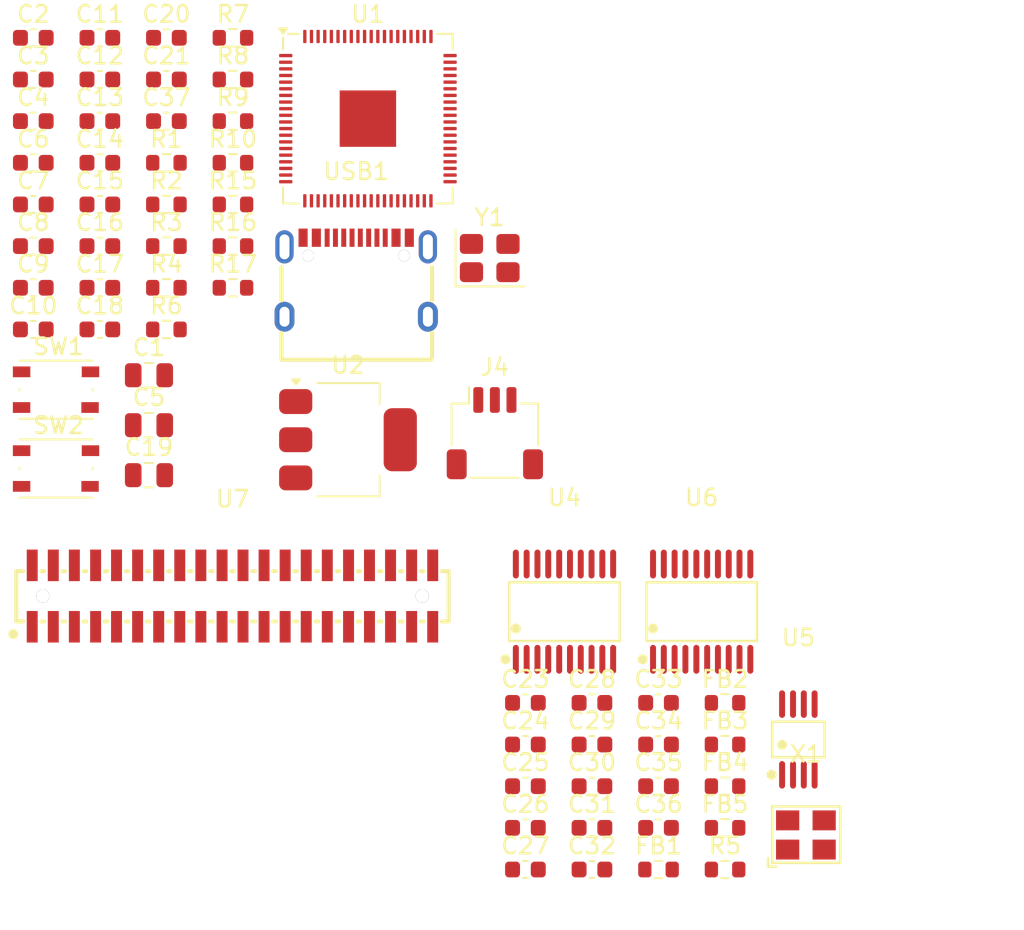
<source format=kicad_pcb>
(kicad_pcb (version 20241229) (generator "pcbnew") (generator_version "9.0")
  (layers (0 "F.Cu" signal) (2 "B.Cu" signal) (13 "F.Paste" user) (15 "B.Paste" user) (5 "F.SilkS" user "F.Silkscreen") (7 "B.SilkS" user "B.Silkscreen") (1 "F.Mask" user) (3 "B.Mask" user) (25 "Edge.Cuts" user))
  (net 0 "")
  (net 1 "GND")
  (net 2 "VBUS")
  (net 3 "+3V3")
  (net 4 "/XIN")
  (net 5 "Net-(C4-Pad1)")
  (net 6 "+1V1")
  (net 7 "/VREG_AVDD")
  (net 8 "Net-(U6-CAP)")
  (net 9 "Net-(U6-DVDD)")
  (net 10 "Net-(U6-AVDD)")
  (net 11 "+3.3V")
  (net 12 "Net-(U5-VDD)")
  (net 13 "Net-(U4-DVDD)")
  (net 14 "Net-(U4-CAP)")
  (net 15 "Net-(U4-AVDD)")
  (net 16 "Earth")
  (net 17 "/SWCLK")
  (net 18 "/SWD")
  (net 19 "/FLASH_SS")
  (net 20 "/XOUT")
  (net 21 "Net-(R4-Pad1)")
  (net 22 "Net-(X1-OE{slash}#ST)")
  (net 23 "/~{USB_BOOT}")
  (net 24 "/QSPI_SS")
  (net 25 "/USB_D+")
  (net 26 "Net-(U1-USB_DP)")
  (net 27 "Net-(U1-USB_DM)")
  (net 28 "/USB_D-")
  (net 31 "Net-(USB1-CC1)")
  (net 33 "Net-(USB1-CC2)")
  (net 35 "/RUN")
  (net 36 "/GPIO47_ADC7")
  (net 37 "/GPIO24")
  (net 38 "/GPIO34")
  (net 39 "/GPIO16")
  (net 40 "/GPIO28")
  (net 41 "/GPIO21")
  (net 42 "/GPIO33")
  (net 43 "/GPIO46_ADC6")
  (net 44 "/GPIO4")
  (net 45 "/GPIO15")
  (net 46 "/GPIO31")
  (net 47 "/GPIO0")
  (net 48 "/GPIO44_ADC4")
  (net 49 "/QSPI_SD1")
  (net 50 "/QSPI_SD0")
  (net 51 "/VREG_LX")
  (net 52 "/GPIO39")
  (net 53 "/GPIO38")
  (net 54 "/GPIO25")
  (net 55 "/GPIO7")
  (net 56 "/GPIO8")
  (net 57 "/GPIO13")
  (net 58 "/GPIO20")
  (net 59 "/GPIO18")
  (net 60 "/GPIO10")
  (net 61 "/GPIO32")
  (net 62 "/GPIO1")
  (net 63 "/GPIO30")
  (net 64 "/GPIO35")
  (net 65 "/GPIO27")
  (net 66 "/GPIO11")
  (net 67 "/GPIO19")
  (net 68 "/GPIO14")
  (net 69 "/QSPI_SD2")
  (net 70 "/GPIO26")
  (net 71 "/GPIO45_ADC5")
  (net 72 "/GPIO22")
  (net 73 "/GPIO36")
  (net 74 "/GPIO23")
  (net 75 "/GPIO9")
  (net 76 "/GPIO37")
  (net 77 "/GPIO41_ADC1")
  (net 78 "/GPIO5")
  (net 79 "/GPIO42_ADC2")
  (net 80 "/GPIO12")
  (net 81 "/GPIO43_ADC3")
  (net 82 "/QSPI_SCLK")
  (net 83 "/GPIO6")
  (net 84 "/GPIO17")
  (net 85 "/QSPI_SD3")
  (net 86 "/GPIO40_ADC0")
  (net 87 "/GPIO2")
  (net 88 "/GPIO3")
  (net 89 "/GPIO29")
  (net 90 "/analog_interface/GPIO7")
  (net 92 "/analog_interface/CLK_8192")
  (net 93 "/analog_interface/GPIO4")
  (net 94 "/analog_interface/GPIO1")
  (net 95 "Net-(U4-AIN1P)")
  (net 96 "/analog_interface/GPIO6")
  (net 97 "Net-(U4-AIN3P)")
  (net 98 "Net-(U4-AIN0P)")
  (net 100 "Net-(U4-AIN2P)")
  (net 101 "/analog_interface/GPIO10")
  (net 102 "/analog_interface/GPIO11")
  (net 105 "/analog_interface/GPIO9")
  (net 107 "/analog_interface/GPIO5")
  (net 108 "Net-(U6-AIN0P)")
  (net 109 "Net-(U6-AIN3P)")
  (net 111 "Net-(U6-AIN1P)")
  (net 113 "Net-(U6-AIN2P)")
  (footprint "Capacitor_SMD:C_0603_1608Metric" (layer "F.Cu") (at 82.595 57.935)
    (property "Reference" "C34" (at 0 -1.43 0) (layer "F.SilkS"))
    (property "Value" "220n")
    (pad "1" smd roundrect (at -0.775 0) (size 0.9 0.95) (layers "F.Cu" "F.Mask" "F.Paste") (net 14 "Net-(U4-CAP)"))
    (pad "2" smd roundrect (at 0.775 0) (size 0.9 0.95) (layers "F.Cu" "F.Mask" "F.Paste") (net 1 "GND"))
  )
  (footprint "Capacitor_SMD:C_0603_1608Metric" (layer "F.Cu") (at 44.925 20.375)
    (property "Reference" "C4" (at 0 -1.43 0) (layer "F.SilkS"))
    (property "Value" "15p")
    (pad "1" smd roundrect (at -0.775 0) (size 0.9 0.95) (layers "F.Cu" "F.Mask" "F.Paste") (net 5 "Net-(C4-Pad1)"))
    (pad "2" smd roundrect (at 0.775 0) (size 0.9 0.95) (layers "F.Cu" "F.Mask" "F.Paste") (net 1 "GND"))
  )
  (footprint "Resistor_SMD:R_0603_1608Metric" (layer "F.Cu") (at 52.945 25.395)
    (property "Reference" "R2" (at 0 -1.43 0) (layer "F.SilkS"))
    (property "Value" "1k")
    (pad "1" smd roundrect (at -0.825 0) (size 0.8 0.95) (layers "F.Cu" "F.Mask" "F.Paste") (net 20 "/XOUT"))
    (pad "2" smd roundrect (at 0.825 0) (size 0.8 0.95) (layers "F.Cu" "F.Mask" "F.Paste") (net 5 "Net-(C4-Pad1)"))
  )
  (footprint "Capacitor_SMD:C_0603_1608Metric" (layer "F.Cu") (at 44.925 22.885)
    (property "Reference" "C6" (at 0 -1.43 0) (layer "F.SilkS"))
    (property "Value" "4.7u")
    (pad "1" smd roundrect (at -0.775 0) (size 0.9 0.95) (layers "F.Cu" "F.Mask" "F.Paste") (net 3 "+3V3"))
    (pad "2" smd roundrect (at 0.775 0) (size 0.9 0.95) (layers "F.Cu" "F.Mask" "F.Paste") (net 1 "GND"))
  )
  (footprint "programmable-load-library:HDR-SMD_40P-P1.27_PM127-2-20-S-4.3-GO-P" (layer "F.Cu") (at 56.93 48.99)
    (property "Reference" "U7" (at 0 -5.85 0) (layer "F.SilkS"))
    (property "Value" "PM127-2-20-S-4.3-GO-P")
    (pad "" thru_hole circle (at -11.43 0) (size 0.8 0.8) (drill 0.8) (layers "*.Cu" "*.Mask"))
    (pad "" thru_hole circle (at 11.43 0) (size 0.8 0.8) (drill 0.8) (layers "*.Cu" "*.Mask"))
    (pad "1" smd rect (at -12.07 1.85 90) (size 1.9 0.66) (layers "F.Cu" "F.Mask" "F.Paste"))
    (pad "2" smd rect (at -12.07 -1.85 90) (size 1.9 0.66) (layers "F.Cu" "F.Mask" "F.Paste"))
    (pad "3" smd rect (at -10.8 1.85 90) (size 1.9 0.66) (layers "F.Cu" "F.Mask" "F.Paste"))
    (pad "4" smd rect (at -10.8 -1.85 90) (size 1.9 0.66) (layers "F.Cu" "F.Mask" "F.Paste"))
    (pad "5" smd rect (at -9.53 1.85 90) (size 1.9 0.66) (layers "F.Cu" "F.Mask" "F.Paste"))
    (pad "6" smd rect (at -9.53 -1.85 90) (size 1.9 0.66) (layers "F.Cu" "F.Mask" "F.Paste"))
    (pad "7" smd rect (at -8.25 1.85 90) (size 1.9 0.66) (layers "F.Cu" "F.Mask" "F.Paste"))
    (pad "8" smd rect (at -8.25 -1.85 90) (size 1.9 0.66) (layers "F.Cu" "F.Mask" "F.Paste"))
    (pad "9" smd rect (at -6.99 1.85 90) (size 1.9 0.66) (layers "F.Cu" "F.Mask" "F.Paste"))
    (pad "10" smd rect (at -6.99 -1.85 90) (size 1.9 0.66) (layers "F.Cu" "F.Mask" "F.Paste"))
    (pad "11" smd rect (at -5.72 1.85 90) (size 1.9 0.66) (layers "F.Cu" "F.Mask" "F.Paste"))
    (pad "12" smd rect (at -5.72 -1.85 90) (size 1.9 0.66) (layers "F.Cu" "F.Mask" "F.Paste"))
    (pad "13" smd rect (at -4.45 1.85 90) (size 1.9 0.66) (layers "F.Cu" "F.Mask" "F.Paste"))
    (pad "14" smd rect (at -4.45 -1.85 90) (size 1.9 0.66) (layers "F.Cu" "F.Mask" "F.Paste"))
    (pad "15" smd rect (at -3.18 1.85 90) (size 1.9 0.66) (layers "F.Cu" "F.Mask" "F.Paste"))
    (pad "16" smd rect (at -3.18 -1.85 90) (size 1.9 0.66) (layers "F.Cu" "F.Mask" "F.Paste"))
    (pad "17" smd rect (at -1.91 1.85 90) (size 1.9 0.66) (layers "F.Cu" "F.Mask" "F.Paste"))
    (pad "18" smd rect (at -1.91 -1.85 90) (size 1.9 0.66) (layers "F.Cu" "F.Mask" "F.Paste"))
    (pad "19" smd rect (at -0.63 1.85 90) (size 1.9 0.66) (layers "F.Cu" "F.Mask" "F.Paste"))
    (pad "20" smd rect (at -0.63 -1.85 90) (size 1.9 0.66) (layers "F.Cu" "F.Mask" "F.Paste"))
    (pad "21" smd rect (at 0.63 1.85 90) (size 1.9 0.66) (layers "F.Cu" "F.Mask" "F.Paste"))
    (pad "22" smd rect (at 0.63 -1.85 90) (size 1.9 0.66) (layers "F.Cu" "F.Mask" "F.Paste"))
    (pad "23" smd rect (at 1.9 1.85 90) (size 1.9 0.66) (layers "F.Cu" "F.Mask" "F.Paste"))
    (pad "24" smd rect (at 1.9 -1.85 90) (size 1.9 0.66) (layers "F.Cu" "F.Mask" "F.Paste"))
    (pad "25" smd rect (at 3.17 1.85 90) (size 1.9 0.66) (layers "F.Cu" "F.Mask" "F.Paste"))
    (pad "26" smd rect (at 3.17 -1.85 90) (size 1.9 0.66) (layers "F.Cu" "F.Mask" "F.Paste"))
    (pad "27" smd rect (at 4.44 1.85 90) (size 1.9 0.66) (layers "F.Cu" "F.Mask" "F.Paste"))
    (pad "28" smd rect (at 4.44 -1.85 90) (size 1.9 0.66) (layers "F.Cu" "F.Mask" "F.Paste"))
    (pad "29" smd rect (at 5.71 1.85 90) (size 1.9 0.66) (layers "F.Cu" "F.Mask" "F.Paste"))
    (pad "30" smd rect (at 5.71 -1.85 90) (size 1.9 0.66) (layers "F.Cu" "F.Mask" "F.Paste"))
    (pad "31" smd rect (at 6.99 1.85 90) (size 1.9 0.66) (layers "F.Cu" "F.Mask" "F.Paste"))
    (pad "32" smd rect (at 6.99 -1.85 90) (size 1.9 0.66) (layers "F.Cu" "F.Mask" "F.Paste"))
    (pad "33" smd rect (at 8.25 1.85 90) (size 1.9 0.66) (layers "F.Cu" "F.Mask" "F.Paste"))
    (pad "34" smd rect (at 8.25 -1.85 90) (size 1.9 0.66) (layers "F.Cu" "F.Mask" "F.Paste"))
    (pad "35" smd rect (at 9.52 1.85 90) (size 1.9 0.66) (layers "F.Cu" "F.Mask" "F.Paste"))
    (pad "36" smd rect (at 9.52 -1.85 90) (size 1.9 0.66) (layers "F.Cu" "F.Mask" "F.Paste"))
    (pad "37" smd rect (at 10.79 1.85 90) (size 1.9 0.66) (layers "F.Cu" "F.Mask" "F.Paste"))
    (pad "38" smd rect (at 10.79 -1.85 90) (size 1.9 0.66) (layers "F.Cu" "F.Mask" "F.Paste"))
    (pad "39" smd rect (at 12.06 1.85 90) (size 1.9 0.66) (layers "F.Cu" "F.Mask" "F.Paste"))
    (pad "40" smd rect (at 12.06 -1.85 90) (size 1.9 0.66) (layers "F.Cu" "F.Mask" "F.Paste"))
  )
  (footprint "Resistor_SMD:R_0603_1608Metric" (layer "F.Cu") (at 86.605 62.955)
    (property "Reference" "FB5" (at 0 -1.43 0) (layer "F.SilkS"))
    (property "Value" "10")
    (pad "1" smd roundrect (at -0.825 0) (size 0.8 0.95) (layers "F.Cu" "F.Mask" "F.Paste") (net 11 "+3.3V"))
    (pad "2" smd roundrect (at 0.825 0) (size 0.8 0.95) (layers "F.Cu" "F.Mask" "F.Paste") (net 15 "Net-(U4-AVDD)"))
  )
  (footprint "Resistor_SMD:R_0603_1608Metric" (layer "F.Cu") (at 52.945 32.925)
    (property "Reference" "R6" (at 0 -1.43 0) (layer "F.SilkS"))
    (property "Value" "1k")
    (pad "1" smd roundrect (at -0.825 0) (size 0.8 0.95) (layers "F.Cu" "F.Mask" "F.Paste") (net 24 "/QSPI_SS"))
    (pad "2" smd roundrect (at 0.825 0) (size 0.8 0.95) (layers "F.Cu" "F.Mask" "F.Paste") (net 23 "/~{USB_BOOT}"))
  )
  (footprint "Capacitor_SMD:C_0603_1608Metric" (layer "F.Cu") (at 74.575 65.465)
    (property "Reference" "C27" (at 0 -1.43 0) (layer "F.SilkS"))
    (property "Value" "100n")
    (pad "1" smd roundrect (at -0.775 0) (size 0.9 0.95) (layers "F.Cu" "F.Mask" "F.Paste") (net 10 "Net-(U6-AVDD)"))
    (pad "2" smd roundrect (at 0.775 0) (size 0.9 0.95) (layers "F.Cu" "F.Mask" "F.Paste") (net 1 "GND"))
  )
  (footprint "Capacitor_SMD:C_0603_1608Metric" (layer "F.Cu") (at 48.935 17.865)
    (property "Reference" "C12" (at 0 -1.43 0) (layer "F.SilkS"))
    (property "Value" "100n")
    (pad "1" smd roundrect (at -0.775 0) (size 0.9 0.95) (layers "F.Cu" "F.Mask" "F.Paste") (net 3 "+3V3"))
    (pad "2" smd roundrect (at 0.775 0) (size 0.9 0.95) (layers "F.Cu" "F.Mask" "F.Paste") (net 1 "GND"))
  )
  (footprint "Capacitor_SMD:C_0603_1608Metric" (layer "F.Cu") (at 78.585 57.935)
    (property "Reference" "C29" (at 0 -1.43 0) (layer "F.SilkS"))
    (property "Value" "100n")
    (pad "1" smd roundrect (at -0.775 0) (size 0.9 0.95) (layers "F.Cu" "F.Mask" "F.Paste") (net 11 "+3.3V"))
    (pad "2" smd roundrect (at 0.775 0) (size 0.9 0.95) (layers "F.Cu" "F.Mask" "F.Paste") (net 1 "GND"))
  )
  (footprint "Capacitor_SMD:C_0603_1608Metric" (layer "F.Cu") (at 48.935 20.375)
    (property "Reference" "C13" (at 0 -1.43 0) (layer "F.SilkS"))
    (property "Value" "100n")
    (pad "1" smd roundrect (at -0.775 0) (size 0.9 0.95) (layers "F.Cu" "F.Mask" "F.Paste") (net 3 "+3V3"))
    (pad "2" smd roundrect (at 0.775 0) (size 0.9 0.95) (layers "F.Cu" "F.Mask" "F.Paste") (net 1 "GND"))
  )
  (footprint "Button_Switch_SMD:SW_Push_1P1T_NO_Vertical_Wuerth_434133025816" (layer "F.Cu") (at 46.295 36.555)
    (property "Reference" "SW1" (at 0.15 -2.6 0) (layer "F.SilkS"))
    (property "Value" "SW_Push")
    (pad "1" smd rect (at -2.075 -1.075) (size 1.05 0.65) (layers "F.Cu" "F.Mask" "F.Paste") (net 1 "GND"))
    (pad "1" smd rect (at 2.075 -1.075) (size 1.05 0.65) (layers "F.Cu" "F.Mask" "F.Paste") (net 1 "GND"))
    (pad "2" smd rect (at -2.075 1.075) (size 1.05 0.65) (layers "F.Cu" "F.Mask" "F.Paste") (net 23 "/~{USB_BOOT}"))
    (pad "2" smd rect (at 2.05 1.075) (size 1.05 0.65) (layers "F.Cu" "F.Mask" "F.Paste") (net 23 "/~{USB_BOOT}"))
  )
  (footprint "programmable-load-library:USB-C-SMD_TYPE-C-6PIN-2MD-073" (layer "F.Cu") (at 64.38 29.78)
    (property "Reference" "USB1" (at 0 -6.38 0) (layer "F.SilkS"))
    (property "Value" "TYPE-C 16PIN 2MD(073)")
    (pad "" thru_hole circle (at -2.89 -1.3) (size 0.7 0.7) (drill 0.7) (layers "*.Cu" "*.Mask"))
    (pad "" thru_hole circle (at 2.89 -1.3) (size 0.7 0.7) (drill 0.7) (layers "*.Cu" "*.Mask"))
    (pad "1" smd rect (at -3.2 -2.38) (size 0.55 1.1) (layers "F.Cu" "F.Mask" "F.Paste") (net 1 "GND"))
    (pad "2" smd rect (at -2.4 -2.38) (size 0.55 1.1) (layers "F.Cu" "F.Mask" "F.Paste") (net 2 "VBUS"))
    (pad "3" smd rect (at -1.75 -2.38) (size 0.3 1.1) (layers "F.Cu" "F.Mask" "F.Paste"))
    (pad "4" smd rect (at -1.25 -2.38) (size 0.3 1.1) (layers "F.Cu" "F.Mask" "F.Paste") (net 31 "Net-(USB1-CC1)"))
    (pad "5" smd rect (at -0.75 -2.38) (size 0.3 1.1) (layers "F.Cu" "F.Mask" "F.Paste") (net 28 "/USB_D-"))
    (pad "6" smd rect (at -0.25 -2.38) (size 0.3 1.1) (layers "F.Cu" "F.Mask" "F.Paste") (net 25 "/USB_D+"))
    (pad "7" smd rect (at 0.25 -2.38) (size 0.3 1.1) (layers "F.Cu" "F.Mask" "F.Paste") (net 28 "/USB_D-"))
    (pad "8" smd rect (at 0.75 -2.38) (size 0.3 1.1) (layers "F.Cu" "F.Mask" "F.Paste") (net 25 "/USB_D+"))
    (pad "9" smd rect (at 1.25 -2.38) (size 0.3 1.1) (layers "F.Cu" "F.Mask" "F.Paste"))
    (pad "10" smd rect (at 1.75 -2.38) (size 0.3 1.1) (layers "F.Cu" "F.Mask" "F.Paste") (net 33 "Net-(USB1-CC2)"))
    (pad "11" smd rect (at 2.4 -2.38) (size 0.55 1.1) (layers "F.Cu" "F.Mask" "F.Paste") (net 2 "VBUS"))
    (pad "12" smd rect (at 3.2 -2.38) (size 0.55 1.1) (layers "F.Cu" "F.Mask" "F.Paste") (net 1 "GND"))
    (pad "13" thru_hole oval (at -4.32 -1.83) (size 1.1 2) (drill oval 0.599999 1.499997) (layers "*.Cu" "*.Mask") (net 16 "Earth"))
    (pad "13" thru_hole oval (at -4.32 2.38) (size 1.2 1.8) (drill oval 0.599999 1.199998) (layers "*.Cu" "*.Mask") (net 16 "Earth"))
    (pad "14" thru_hole oval (at 4.32 -1.83) (size 1.1 2) (drill oval 0.599999 1.500022) (layers "*.Cu" "*.Mask") (net 16 "Earth"))
    (pad "14" thru_hole oval (at 4.32 2.38) (size 1.2 1.8) (drill oval 0.599999 1.199998) (layers "*.Cu" "*.Mask") (net 16 "Earth"))
  )
  (footprint "Capacitor_SMD:C_0603_1608Metric" (layer "F.Cu") (at 44.925 30.415)
    (property "Reference" "C9" (at 0 -1.43 0) (layer "F.SilkS"))
    (property "Value" "4.7u")
    (pad "1" smd roundrect (at -0.775 0) (size 0.9 0.95) (layers "F.Cu" "F.Mask" "F.Paste") (net 7 "/VREG_AVDD"))
    (pad "2" smd roundrect (at 0.775 0) (size 0.9 0.95) (layers "F.Cu" "F.Mask" "F.Paste") (net 1 "GND"))
  )
  (footprint "Resistor_SMD:R_0603_1608Metric" (layer "F.Cu") (at 56.955 27.905)
    (property "Reference" "R16" (at 0 -1.43 0) (layer "F.SilkS"))
    (property "Value" "5.1k")
    (pad "1" smd roundrect (at -0.825 0) (size 0.8 0.95) (layers "F.Cu" "F.Mask" "F.Paste") (net 33 "Net-(USB1-CC2)"))
    (pad "2" smd roundrect (at 0.825 0) (size 0.8 0.95) (layers "F.Cu" "F.Mask" "F.Paste"))
  )
  (footprint "Package_TO_SOT_SMD:SOT-223-3_TabPin2" (layer "F.Cu") (at 63.885 39.57)
    (property "Reference" "U2" (at 0 -4.5 0) (layer "F.SilkS"))
    (property "Value" "NCP1117-3.3_SOT223")
    (pad "1" smd roundrect (at -3.15 -2.3) (size 2 1.5) (layers "F.Cu" "F.Mask" "F.Paste") (net 1 "GND"))
    (pad "2" smd roundrect (at -3.15 0) (size 2 1.5) (layers "F.Cu" "F.Mask" "F.Paste") (net 3 "+3V3"))
    (pad "2" smd roundrect (at 3.15 0) (size 2 3.8) (layers "F.Cu" "F.Mask" "F.Paste") (net 3 "+3V3"))
    (pad "3" smd roundrect (at -3.15 2.3) (size 2 1.5) (layers "F.Cu" "F.Mask" "F.Paste") (net 2 "VBUS"))
  )
  (footprint "Capacitor_SMD:C_0603_1608Metric" (layer "F.Cu") (at 48.935 32.925)
    (property "Reference" "C18" (at 0 -1.43 0) (layer "F.SilkS"))
    (property "Value" "100n")
    (pad "1" smd roundrect (at -0.775 0) (size 0.9 0.95) (layers "F.Cu" "F.Mask" "F.Paste") (net 3 "+3V3"))
    (pad "2" smd roundrect (at 0.775 0) (size 0.9 0.95) (layers "F.Cu" "F.Mask" "F.Paste") (net 1 "GND"))
  )
  (footprint "Resistor_SMD:R_0603_1608Metric" (layer "F.Cu") (at 56.955 20.375)
    (property "Reference" "R9" (at 0 -1.43 0) (layer "F.SilkS"))
    (property "Value" "DNF")
    (pad "1" smd roundrect (at -0.825 0) (size 0.8 0.95) (layers "F.Cu" "F.Mask" "F.Paste"))
    (pad "2" smd roundrect (at 0.825 0) (size 0.8 0.95) (layers "F.Cu" "F.Mask" "F.Paste") (net 19 "/FLASH_SS"))
  )
  (footprint "Package_DFN_QFN:QFN-80-1EP_10x10mm_P0.4mm_EP3.4x3.4mm" (layer "F.Cu") (at 65.085 20.225)
    (property "Reference" "U1" (at 0 -6.3 0) (layer "F.SilkS"))
    (property "Value" "RP2350_80QFN")
    (pad "1" smd roundrect (at -4.95 -3.8) (size 0.8 0.2) (layers "F.Cu" "F.Mask" "F.Paste") (net 44 "/GPIO4"))
    (pad "2" smd roundrect (at -4.95 -3.4) (size 0.8 0.2) (layers "F.Cu" "F.Mask" "F.Paste") (net 78 "/GPIO5"))
    (pad "3" smd roundrect (at -4.95 -3) (size 0.8 0.2) (layers "F.Cu" "F.Mask" "F.Paste") (net 83 "/GPIO6"))
    (pad "4" smd roundrect (at -4.95 -2.6) (size 0.8 0.2) (layers "F.Cu" "F.Mask" "F.Paste") (net 55 "/GPIO7"))
    (pad "5" smd roundrect (at -4.95 -2.2) (size 0.8 0.2) (layers "F.Cu" "F.Mask" "F.Paste") (net 3 "+3V3"))
    (pad "6" smd roundrect (at -4.95 -1.8) (size 0.8 0.2) (layers "F.Cu" "F.Mask" "F.Paste") (net 56 "/GPIO8"))
    (pad "7" smd roundrect (at -4.95 -1.4) (size 0.8 0.2) (layers "F.Cu" "F.Mask" "F.Paste") (net 75 "/GPIO9"))
    (pad "8" smd roundrect (at -4.95 -1) (size 0.8 0.2) (layers "F.Cu" "F.Mask" "F.Paste") (net 60 "/GPIO10"))
    (pad "9" smd roundrect (at -4.95 -0.6) (size 0.8 0.2) (layers "F.Cu" "F.Mask" "F.Paste") (net 66 "/GPIO11"))
    (pad "10" smd roundrect (at -4.95 -0.2) (size 0.8 0.2) (layers "F.Cu" "F.Mask" "F.Paste") (net 6 "+1V1"))
    (pad "11" smd roundrect (at -4.95 0.2) (size 0.8 0.2) (layers "F.Cu" "F.Mask" "F.Paste") (net 80 "/GPIO12"))
    (pad "12" smd roundrect (at -4.95 0.6) (size 0.8 0.2) (layers "F.Cu" "F.Mask" "F.Paste") (net 57 "/GPIO13"))
    (pad "13" smd roundrect (at -4.95 1) (size 0.8 0.2) (layers "F.Cu" "F.Mask" "F.Paste") (net 68 "/GPIO14"))
    (pad "14" smd roundrect (at -4.95 1.4) (size 0.8 0.2) (layers "F.Cu" "F.Mask" "F.Paste") (net 45 "/GPIO15"))
    (pad "15" smd roundrect (at -4.95 1.8) (size 0.8 0.2) (layers "F.Cu" "F.Mask" "F.Paste") (net 3 "+3V3"))
    (pad "16" smd roundrect (at -4.95 2.2) (size 0.8 0.2) (layers "F.Cu" "F.Mask" "F.Paste") (net 39 "/GPIO16"))
    (pad "17" smd roundrect (at -4.95 2.6) (size 0.8 0.2) (layers "F.Cu" "F.Mask" "F.Paste") (net 84 "/GPIO17"))
    (pad "18" smd roundrect (at -4.95 3) (size 0.8 0.2) (layers "F.Cu" "F.Mask" "F.Paste") (net 59 "/GPIO18"))
    (pad "19" smd roundrect (at -4.95 3.4) (size 0.8 0.2) (layers "F.Cu" "F.Mask" "F.Paste") (net 67 "/GPIO19"))
    (pad "20" smd roundrect (at -4.95 3.8) (size 0.8 0.2) (layers "F.Cu" "F.Mask" "F.Paste") (net 58 "/GPIO20"))
    (pad "21" smd roundrect (at -3.8 4.95) (size 0.2 0.8) (layers "F.Cu" "F.Mask" "F.Paste") (net 41 "/GPIO21"))
    (pad "22" smd roundrect (at -3.4 4.95) (size 0.2 0.8) (layers "F.Cu" "F.Mask" "F.Paste") (net 72 "/GPIO22"))
    (pad "23" smd roundrect (at -3 4.95) (size 0.2 0.8) (layers "F.Cu" "F.Mask" "F.Paste") (net 74 "/GPIO23"))
    (pad "24" smd roundrect (at -2.6 4.95) (size 0.2 0.8) (layers "F.Cu" "F.Mask" "F.Paste") (net 3 "+3V3"))
    (pad "25" smd roundrect (at -2.2 4.95) (size 0.2 0.8) (layers "F.Cu" "F.Mask" "F.Paste") (net 37 "/GPIO24"))
    (pad "26" smd roundrect (at -1.8 4.95) (size 0.2 0.8) (layers "F.Cu" "F.Mask" "F.Paste") (net 54 "/GPIO25"))
    (pad "27" smd roundrect (at -1.4 4.95) (size 0.2 0.8) (layers "F.Cu" "F.Mask" "F.Paste") (net 70 "/GPIO26"))
    (pad "28" smd roundrect (at -1 4.95) (size 0.2 0.8) (layers "F.Cu" "F.Mask" "F.Paste") (net 65 "/GPIO27"))
    (pad "29" smd roundrect (at -0.6 4.95) (size 0.2 0.8) (layers "F.Cu" "F.Mask" "F.Paste") (net 3 "+3V3"))
    (pad "30" smd roundrect (at -0.2 4.95) (size 0.2 0.8) (layers "F.Cu" "F.Mask" "F.Paste") (net 4 "/XIN"))
    (pad "31" smd roundrect (at 0.2 4.95) (size 0.2 0.8) (layers "F.Cu" "F.Mask" "F.Paste") (net 20 "/XOUT"))
    (pad "32" smd roundrect (at 0.6 4.95) (size 0.2 0.8) (layers "F.Cu" "F.Mask" "F.Paste") (net 6 "+1V1"))
    (pad "33" smd roundrect (at 1 4.95) (size 0.2 0.8) (layers "F.Cu" "F.Mask" "F.Paste") (net 17 "/SWCLK"))
    (pad "34" smd roundrect (at 1.4 4.95) (size 0.2 0.8) (layers "F.Cu" "F.Mask" "F.Paste") (net 18 "/SWD"))
    (pad "35" smd roundrect (at 1.8 4.95) (size 0.2 0.8) (layers "F.Cu" "F.Mask" "F.Paste") (net 35 "/RUN"))
    (pad "36" smd roundrect (at 2.2 4.95) (size 0.2 0.8) (layers "F.Cu" "F.Mask" "F.Paste") (net 40 "/GPIO28"))
    (pad "37" smd roundrect (at 2.6 4.95) (size 0.2 0.8) (layers "F.Cu" "F.Mask" "F.Paste") (net 89 "/GPIO29"))
    (pad "38" smd roundrect (at 3 4.95) (size 0.2 0.8) (layers "F.Cu" "F.Mask" "F.Paste") (net 63 "/GPIO30"))
    (pad "39" smd roundrect (at 3.4 4.95) (size 0.2 0.8) (layers "F.Cu" "F.Mask" "F.Paste") (net 46 "/GPIO31"))
    (pad "40" smd roundrect (at 3.8 4.95) (size 0.2 0.8) (layers "F.Cu" "F.Mask" "F.Paste") (net 61 "/GPIO32"))
    (pad "41" smd roundrect (at 4.95 3.8) (size 0.8 0.2) (layers "F.Cu" "F.Mask" "F.Paste") (net 3 "+3V3"))
    (pad "42" smd roundrect (at 4.95 3.4) (size 0.8 0.2) (layers "F.Cu" "F.Mask" "F.Paste") (net 42 "/GPIO33"))
    (pad "43" smd roundrect (at 4.95 3) (size 0.8 0.2) (layers "F.Cu" "F.Mask" "F.Paste") (net 38 "/GPIO34"))
    (pad "44" smd roundrect (at 4.95 2.6) (size 0.8 0.2) (layers "F.Cu" "F.Mask" "F.Paste") (net 64 "/GPIO35"))
    (pad "45" smd roundrect (at 4.95 2.2) (size 0.8 0.2) (layers "F.Cu" "F.Mask" "F.Paste") (net 73 "/GPIO36"))
    (pad "46" smd roundrect (at 4.95 1.8) (size 0.8 0.2) (layers "F.Cu" "F.Mask" "F.Paste") (net 76 "/GPIO37"))
    (pad "47" smd roundrect (at 4.95 1.4) (size 0.8 0.2) (layers "F.Cu" "F.Mask" "F.Paste") (net 53 "/GPIO38"))
    (pad "48" smd roundrect (at 4.95 1) (size 0.8 0.2) (layers "F.Cu" "F.Mask" "F.Paste") (net 52 "/GPIO39"))
    (pad "49" smd roundrect (at 4.95 0.6) (size 0.8 0.2) (layers "F.Cu" "F.Mask" "F.Paste") (net 86 "/GPIO40_ADC0"))
    (pad "50" smd roundrect (at 4.95 0.2) (size 0.8 0.2) (layers "F.Cu" "F.Mask" "F.Paste") (net 3 "+3V3"))
    (pad "51" smd roundrect (at 4.95 -0.2) (size 0.8 0.2) (layers "F.Cu" "F.Mask" "F.Paste") (net 6 "+1V1"))
    (pad "52" smd roundrect (at 4.95 -0.6) (size 0.8 0.2) (layers "F.Cu" "F.Mask" "F.Paste") (net 77 "/GPIO41_ADC1"))
    (pad "53" smd roundrect (at 4.95 -1) (size 0.8 0.2) (layers "F.Cu" "F.Mask" "F.Paste") (net 79 "/GPIO42_ADC2"))
    (pad "54" smd roundrect (at 4.95 -1.4) (size 0.8 0.2) (layers "F.Cu" "F.Mask" "F.Paste") (net 81 "/GPIO43_ADC3"))
    (pad "55" smd roundrect (at 4.95 -1.8) (size 0.8 0.2) (layers "F.Cu" "F.Mask" "F.Paste") (net 48 "/GPIO44_ADC4"))
    (pad "56" smd roundrect (at 4.95 -2.2) (size 0.8 0.2) (layers "F.Cu" "F.Mask" "F.Paste") (net 71 "/GPIO45_ADC5"))
    (pad "57" smd roundrect (at 4.95 -2.6) (size 0.8 0.2) (layers "F.Cu" "F.Mask" "F.Paste") (net 43 "/GPIO46_ADC6"))
    (pad "58" smd roundrect (at 4.95 -3) (size 0.8 0.2) (layers "F.Cu" "F.Mask" "F.Paste") (net 36 "/GPIO47_ADC7"))
    (pad "59" smd roundrect (at 4.95 -3.4) (size 0.8 0.2) (layers "F.Cu" "F.Mask" "F.Paste") (net 3 "+3V3"))
    (pad "60" smd roundrect (at 4.95 -3.8) (size 0.8 0.2) (layers "F.Cu" "F.Mask" "F.Paste") (net 3 "+3V3"))
    (pad "61" smd roundrect (at 3.8 -4.95) (size 0.2 0.8) (layers "F.Cu" "F.Mask" "F.Paste") (net 7 "/VREG_AVDD"))
    (pad "62" smd roundrect (at 3.4 -4.95) (size 0.2 0.8) (layers "F.Cu" "F.Mask" "F.Paste") (net 1 "GND"))
    (pad "63" smd roundrect (at 3 -4.95) (size 0.2 0.8) (layers "F.Cu" "F.Mask" "F.Paste") (net 51 "/VREG_LX"))
    (pad "64" smd roundrect (at 2.6 -4.95) (size 0.2 0.8) (layers "F.Cu" "F.Mask" "F.Paste") (net 3 "+3V3"))
    (pad "65" smd roundrect (at 2.2 -4.95) (size 0.2 0.8) (layers "F.Cu" "F.Mask" "F.Paste") (net 6 "+1V1"))
    (pad "66" smd roundrect (at 1.8 -4.95) (size 0.2 0.8) (layers "F.Cu" "F.Mask" "F.Paste") (net 27 "Net-(U1-USB_DM)"))
    (pad "67" smd roundrect (at 1.4 -4.95) (size 0.2 0.8) (layers "F.Cu" "F.Mask" "F.Paste") (net 26 "Net-(U1-USB_DP)"))
    (pad "68" smd roundrect (at 1 -4.95) (size 0.2 0.8) (layers "F.Cu" "F.Mask" "F.Paste") (net 3 "+3V3"))
    (pad "69" smd roundrect (at 0.6 -4.95) (size 0.2 0.8) (layers "F.Cu" "F.Mask" "F.Paste") (net 3 "+3V3"))
    (pad "70" smd roundrect (at 0.2 -4.95) (size 0.2 0.8) (layers "F.Cu" "F.Mask" "F.Paste") (net 85 "/QSPI_SD3"))
    (pad "71" smd roundrect (at -0.2 -4.95) (size 0.2 0.8) (layers "F.Cu" "F.Mask" "F.Paste") (net 82 "/QSPI_SCLK"))
    (pad "72" smd roundrect (at -0.6 -4.95) (size 0.2 0.8) (layers "F.Cu" "F.Mask" "F.Paste") (net 50 "/QSPI_SD0"))
    (pad "73" smd roundrect (at -1 -4.95) (size 0.2 0.8) (layers "F.Cu" "F.Mask" "F.Paste") (net 69 "/QSPI_SD2"))
    (pad "74" smd roundrect (at -1.4 -4.95) (size 0.2 0.8) (layers "F.Cu" "F.Mask" "F.Paste") (net 49 "/QSPI_SD1"))
    (pad "75" smd roundrect (at -1.8 -4.95) (size 0.2 0.8) (layers "F.Cu" "F.Mask" "F.Paste") (net 24 "/QSPI_SS"))
    (pad "76" smd roundrect (at -2.2 -4.95) (size 0.2 0.8) (layers "F.Cu" "F.Mask" "F.Paste") (net 3 "+3V3"))
    (pad "77" smd roundrect (at -2.6 -4.95) (size 0.2 0.8) (layers "F.Cu" "F.Mask" "F.Paste") (net 47 "/GPIO0"))
    (pad "78" smd roundrect (at -3 -4.95) (size 0.2 0.8) (layers "F.Cu" "F.Mask" "F.Paste") (net 62 "/GPIO1"))
    (pad "79" smd roundrect (at -3.4 -4.95) (size 0.2 0.8) (layers "F.Cu" "F.Mask" "F.Paste") (net 87 "/GPIO2"))
    (pad "80" smd roundrect (at -3.8 -4.95) (size 0.2 0.8) (layers "F.Cu" "F.Mask" "F.Paste") (net 88 "/GPIO3"))
    (pad "81" smd rect (at 0 0) (size 3.4 3.4) (property pad_prop_heatsink) (layers "F.Cu" "F.Mask") (net 1 "GND"))
  )
  (footprint "Capacitor_SMD:C_0603_1608Metric" (layer "F.Cu") (at 52.945 17.865)
    (property "Reference" "C21" (at 0 -1.43 0) (layer "F.SilkS"))
    (property "Value" "100n")
    (pad "1" smd roundrect (at -0.775 0) (size 0.9 0.95) (layers "F.Cu" "F.Mask" "F.Paste") (net 3 "+3V3"))
    (pad "2" smd roundrect (at 0.775 0) (size 0.9 0.95) (layers "F.Cu" "F.Mask" "F.Paste") (net 1 "GND"))
  )
  (footprint "Resistor_SMD:R_0603_1608Metric" (layer "F.Cu") (at 86.605 60.445)
    (property "Reference" "FB4" (at 0 -1.43 0) (layer "F.SilkS"))
    (property "Value" "10")
    (pad "1" smd roundrect (at -0.825 0) (size 0.8 0.95) (layers "F.Cu" "F.Mask" "F.Paste") (net 11 "+3.3V"))
    (pad "2" smd roundrect (at 0.825 0) (size 0.8 0.95) (layers "F.Cu" "F.Mask" "F.Paste") (net 13 "Net-(U4-DVDD)"))
  )
  (footprint "Capacitor_SMD:C_0603_1608Metric" (layer "F.Cu") (at 44.925 32.925)
    (property "Reference" "C10" (at 0 -1.43 0) (layer "F.SilkS"))
    (property "Value" "4.7u")
    (pad "1" smd roundrect (at -0.775 0) (size 0.9 0.95) (layers "F.Cu" "F.Mask" "F.Paste") (net 6 "+1V1"))
    (pad "2" smd roundrect (at 0.775 0) (size 0.9 0.95) (layers "F.Cu" "F.Mask" "F.Paste") (net 1 "GND"))
  )
  (footprint "Resistor_SMD:R_0603_1608Metric" (layer "F.Cu") (at 56.955 22.885)
    (property "Reference" "R10" (at 0 -1.43 0) (layer "F.SilkS"))
    (property "Value" "0")
    (pad "1" smd roundrect (at -0.825 0) (size 0.8 0.95) (layers "F.Cu" "F.Mask" "F.Paste"))
    (pad "2" smd roundrect (at 0.825 0) (size 0.8 0.95) (layers "F.Cu" "F.Mask" "F.Paste") (net 19 "/FLASH_SS"))
  )
  (footprint "Capacitor_SMD:C_0603_1608Metric" (layer "F.Cu") (at 48.935 27.905)
    (property "Reference" "C16" (at 0 -1.43 0) (layer "F.SilkS"))
    (property "Value" "100n")
    (pad "1" smd roundrect (at -0.775 0) (size 0.9 0.95) (layers "F.Cu" "F.Mask" "F.Paste") (net 3 "+3V3"))
    (pad "2" smd roundrect (at 0.775 0) (size 0.9 0.95) (layers "F.Cu" "F.Mask" "F.Paste") (net 1 "GND"))
  )
  (footprint "Capacitor_SMD:C_0603_1608Metric" (layer "F.Cu") (at 82.595 55.425)
    (property "Reference" "C33" (at 0 -1.43 0) (layer "F.SilkS"))
    (property "Value" "100n")
    (pad "1" smd roundrect (at -0.775 0) (size 0.9 0.95) (layers "F.Cu" "F.Mask" "F.Paste") (net 13 "Net-(U4-DVDD)"))
    (pad "2" smd roundrect (at 0.775 0) (size 0.9 0.95) (layers "F.Cu" "F.Mask" "F.Paste") (net 1 "GND"))
  )
  (footprint "Crystal:Crystal_SMD_3225-4Pin_3.2x2.5mm" (layer "F.Cu") (at 72.425 28.625)
    (property "Reference" "Y1" (at 0 -2.45 0) (layer "F.SilkS"))
    (property "Value" "ABM8-272-T3")
    (pad "1" smd roundrect (at -1.1 0.85) (size 1.4 1.2) (layers "F.Cu" "F.Mask" "F.Paste") (roundrect_rratio 0.208333) (net 4 "/XIN"))
    (pad "2" smd roundrect (at 1.1 0.85) (size 1.4 1.2) (layers "F.Cu" "F.Mask" "F.Paste") (roundrect_rratio 0.208333) (net 1 "GND"))
    (pad "3" smd roundrect (at 1.1 -0.85) (size 1.4 1.2) (layers "F.Cu" "F.Mask" "F.Paste") (roundrect_rratio 0.208333) (net 5 "Net-(C4-Pad1)"))
    (pad "4" smd roundrect (at -1.1 -0.85) (size 1.4 1.2) (layers "F.Cu" "F.Mask" "F.Paste") (roundrect_rratio 0.208333) (net 1 "GND"))
  )
  (footprint "Resistor_SMD:R_0603_1608Metric" (layer "F.Cu") (at 52.945 22.885)
    (property "Reference" "R1" (at 0 -1.43 0) (layer "F.SilkS"))
    (property "Value" "DNF")
    (pad "1" smd roundrect (at -0.825 0) (size 0.8 0.95) (layers "F.Cu" "F.Mask" "F.Paste") (net 3 "+3V3"))
    (pad "2" smd roundrect (at 0.825 0) (size 0.8 0.95) (layers "F.Cu" "F.Mask" "F.Paste") (net 19 "/FLASH_SS"))
  )
  (footprint "Connector_JST:JST_SH_SM03B-SRSS-TB_1x03-1MP_P1.00mm_Horizontal" (layer "F.Cu") (at 72.735 39.175)
    (property "Reference" "J4" (at 0 -3.98 0) (layer "F.SilkS"))
    (property "Value" "SM03B-SRSS-TB")
    (pad "1" smd roundrect (at -1 -2) (size 0.6 1.55) (layers "F.Cu" "F.Mask" "F.Paste") (net 17 "/SWCLK"))
    (pad "2" smd roundrect (at 0 -2) (size 0.6 1.55) (layers "F.Cu" "F.Mask" "F.Paste") (net 1 "GND"))
    (pad "3" smd roundrect (at 1 -2) (size 0.6 1.55) (layers "F.Cu" "F.Mask" "F.Paste") (net 18 "/SWD"))
    (pad "MP" smd roundrect (at -2.3 1.875) (size 1.2 1.8) (layers "F.Cu" "F.Mask" "F.Paste") (roundrect_rratio 0.208333) (net 1 "GND"))
    (pad "MP" smd roundrect (at 2.3 1.875) (size 1.2 1.8) (layers "F.Cu" "F.Mask" "F.Paste") (roundrect_rratio 0.208333) (net 1 "GND"))
  )
  (footprint "Capacitor_SMD:C_0603_1608Metric" (layer "F.Cu") (at 48.935 30.415)
    (property "Reference" "C17" (at 0 -1.43 0) (layer "F.SilkS"))
    (property "Value" "100n")
    (pad "1" smd roundrect (at -0.775 0) (size 0.9 0.95) (layers "F.Cu" "F.Mask" "F.Paste") (net 3 "+3V3"))
    (pad "2" smd roundrect (at 0.775 0) (size 0.9 0.95) (layers "F.Cu" "F.Mask" "F.Paste") (net 1 "GND"))
  )
  (footprint "Capacitor_SMD:C_0603_1608Metric" (layer "F.Cu") (at 74.575 62.955)
    (property "Reference" "C26" (at 0 -1.43 0) (layer "F.SilkS"))
    (property "Value" "1u")
    (pad "1" smd roundrect (at -0.775 0) (size 0.9 0.95) (layers "F.Cu" "F.Mask" "F.Paste") (net 10 "Net-(U6-AVDD)"))
    (pad "2" smd roundrect (at 0.775 0) (size 0.9 0.95) (layers "F.Cu" "F.Mask" "F.Paste") (net 1 "GND"))
  )
  (footprint "Capacitor_SMD:C_0603_1608Metric" (layer "F.Cu") (at 48.935 22.885)
    (property "Reference" "C14" (at 0 -1.43 0) (layer "F.SilkS"))
    (property "Value" "100n")
    (pad "1" smd roundrect (at -0.775 0) (size 0.9 0.95) (layers "F.Cu" "F.Mask" "F.Paste") (net 3 "+3V3"))
    (pad "2" smd roundrect (at 0.775 0) (size 0.9 0.95) (layers "F.Cu" "F.Mask" "F.Paste") (net 1 "GND"))
  )
  (footprint "Capacitor_SMD:C_0603_1608Metric" (layer "F.Cu") (at 74.575 60.445)
    (property "Reference" "C25" (at 0 -1.43 0) (layer "F.SilkS"))
    (property "Value" "100n")
    (pad "1" smd roundrect (at -0.775 0) (size 0.9 0.95) (layers "F.Cu" "F.Mask" "F.Paste") (net 9 "Net-(U6-DVDD)"))
    (pad "2" smd roundrect (at 0.775 0) (size 0.9 0.95) (layers "F.Cu" "F.Mask" "F.Paste") (net 1 "GND"))
  )
  (footprint "Resistor_SMD:R_0603_1608Metric" (layer "F.Cu") (at 56.955 15.355)
    (property "Reference" "R7" (at 0 -1.43 0) (layer "F.SilkS"))
    (property "Value" "27")
    (pad "1" smd roundrect (at -0.825 0) (size 0.8 0.95) (layers "F.Cu" "F.Mask" "F.Paste") (net 25 "/USB_D+"))
    (pad "2" smd roundrect (at 0.825 0) (size 0.8 0.95) (layers "F.Cu" "F.Mask" "F.Paste") (net 26 "Net-(U1-USB_DP)"))
  )
  (footprint "Capacitor_SMD:C_0603_1608Metric" (layer "F.Cu") (at 74.575 55.425)
    (property "Reference" "C23" (at 0 -1.43 0) (layer "F.SilkS"))
    (property "Value" "220n")
    (pad "1" smd roundrect (at -0.775 0) (size 0.9 0.95) (layers "F.Cu" "F.Mask" "F.Paste") (net 8 "Net-(U6-CAP)"))
    (pad "2" smd roundrect (at 0.775 0) (size 0.9 0.95) (layers "F.Cu" "F.Mask" "F.Paste") (net 1 "GND"))
  )
  (footprint "Resistor_SMD:R_0603_1608Metric" (layer "F.Cu") (at 82.595 65.465)
    (property "Reference" "FB1" (at 0 -1.43 0) (layer "F.SilkS"))
    (property "Value" "10")
    (pad "1" smd roundrect (at -0.825 0) (size 0.8 0.95) (layers "F.Cu" "F.Mask" "F.Paste") (net 11 "+3.3V"))
    (pad "2" smd roundrect (at 0.825 0) (size 0.8 0.95) (layers "F.Cu" "F.Mask" "F.Paste") (net 9 "Net-(U6-DVDD)"))
  )
  (footprint "programmable-load-library:TSSOP-20_L6.5-W4.4-P0.65-LS6.4-BL" (layer "F.Cu") (at 85.195 49.93)
    (property "Reference" "U6" (at 0 -6.87 0) (layer "F.SilkS"))
    (property "Value" "ADS131M04IPWR")
    (pad "1" smd oval (at -2.93 2.87) (size 0.36 1.74) (layers "F.Cu" "F.Mask" "F.Paste") (net 10 "Net-(U6-AVDD)"))
    (pad "2" smd oval (at -2.28 2.87) (size 0.36 1.74) (layers "F.Cu" "F.Mask" "F.Paste") (net 1 "GND"))
    (pad "3" smd oval (at -1.63 2.87) (size 0.36 1.74) (layers "F.Cu" "F.Mask" "F.Paste") (net 108 "Net-(U6-AIN0P)"))
    (pad "4" smd oval (at -0.98 2.87) (size 0.36 1.74) (layers "F.Cu" "F.Mask" "F.Paste") (net 1 "GND"))
    (pad "5" smd oval (at -0.32 2.87) (size 0.36 1.74) (layers "F.Cu" "F.Mask" "F.Paste") (net 1 "GND"))
    (pad "6" smd oval (at 0.33 2.87) (size 0.36 1.74) (layers "F.Cu" "F.Mask" "F.Paste") (net 111 "Net-(U6-AIN1P)"))
    (pad "7" smd oval (at 0.98 2.87) (size 0.36 1.74) (layers "F.Cu" "F.Mask" "F.Paste") (net 113 "Net-(U6-AIN2P)"))
    (pad "8" smd oval (at 1.63 2.87) (size 0.36 1.74) (layers "F.Cu" "F.Mask" "F.Paste") (net 1 "GND"))
    (pad "9" smd oval (at 2.28 2.87) (size 0.36 1.74) (layers "F.Cu" "F.Mask" "F.Paste") (net 1 "GND"))
    (pad "10" smd oval (at 2.93 2.87) (size 0.36 1.74) (layers "F.Cu" "F.Mask" "F.Paste") (net 109 "Net-(U6-AIN3P)"))
    (pad "11" smd oval (at 2.93 -2.87) (size 0.36 1.74) (layers "F.Cu" "F.Mask" "F.Paste"))
    (pad "12" smd oval (at 2.28 -2.87) (size 0.36 1.74) (layers "F.Cu" "F.Mask" "F.Paste") (net 107 "/analog_interface/GPIO5"))
    (pad "13" smd oval (at 1.63 -2.87) (size 0.36 1.74) (layers "F.Cu" "F.Mask" "F.Paste"))
    (pad "14" smd oval (at 0.98 -2.87) (size 0.36 1.74) (layers "F.Cu" "F.Mask" "F.Paste") (net 96 "/analog_interface/GPIO6"))
    (pad "15" smd oval (at 0.33 -2.87) (size 0.36 1.74) (layers "F.Cu" "F.Mask" "F.Paste") (net 93 "/analog_interface/GPIO4"))
    (pad "16" smd oval (at -0.32 -2.87) (size 0.36 1.74) (layers "F.Cu" "F.Mask" "F.Paste") (net 90 "/analog_interface/GPIO7"))
    (pad "17" smd oval (at -0.98 -2.87) (size 0.36 1.74) (layers "F.Cu" "F.Mask" "F.Paste") (net 92 "/analog_interface/CLK_8192"))
    (pad "18" smd oval (at -1.63 -2.87) (size 0.36 1.74) (layers "F.Cu" "F.Mask" "F.Paste") (net 8 "Net-(U6-CAP)"))
    (pad "19" smd oval (at -2.28 -2.87) (size 0.36 1.74) (layers "F.Cu" "F.Mask" "F.Paste") (net 1 "GND"))
    (pad "20" smd oval (at -2.93 -2.87) (size 0.36 1.74) (layers "F.Cu" "F.Mask" "F.Paste") (net 9 "Net-(U6-DVDD)"))
  )
  (footprint "Capacitor_SMD:C_0603_1608Metric" (layer "F.Cu") (at 78.585 65.465)
    (property "Reference" "C32" (at 0 -1.43 0) (layer "F.SilkS"))
    (property "Value" "1u")
    (pad "1" smd roundrect (at -0.775 0) (size 0.9 0.95) (layers "F.Cu" "F.Mask" "F.Paste") (net 13 "Net-(U4-DVDD)"))
    (pad "2" smd roundrect (at 0.775 0) (size 0.9 0.95) (layers "F.Cu" "F.Mask" "F.Paste") (net 1 "GND"))
  )
  (footprint "Resistor_SMD:R_0603_1608Metric" (layer "F.Cu") (at 56.955 30.415)
    (property "Reference" "R17" (at 0 -1.43 0) (layer "F.SilkS"))
    (property "Value" "1M")
    (pad "1" smd roundrect (at -0.825 0) (size 0.8 0.95) (layers "F.Cu" "F.Mask" "F.Paste") (net 16 "Earth"))
    (pad "2" smd roundrect (at 0.825 0) (size 0.8 0.95) (layers "F.Cu" "F.Mask" "F.Paste") (net 1 "GND"))
  )
  (footprint "Capacitor_SMD:C_0603_1608Metric" (layer "F.Cu") (at 82.595 62.955)
    (property "Reference" "C36" (at 0 -1.43 0) (layer "F.SilkS"))
    (property "Value" "1u")
    (pad "1" smd roundrect (at -0.775 0) (size 0.9 0.95) (layers "F.Cu" "F.Mask" "F.Paste") (net 15 "Net-(U4-AVDD)"))
    (pad "2" smd roundrect (at 0.775 0) (size 0.9 0.95) (layers "F.Cu" "F.Mask" "F.Paste") (net 1 "GND"))
  )
  (footprint "Capacitor_SMD:C_0603_1608Metric" (layer "F.Cu") (at 78.585 62.955)
    (property "Reference" "C31" (at 0 -1.43 0) (layer "F.SilkS"))
    (property "Value" "1u")
    (pad "1" smd roundrect (at -0.775 0) (size 0.9 0.95) (layers "F.Cu" "F.Mask" "F.Paste") (net 12 "Net-(U5-VDD)"))
    (pad "2" smd roundrect (at 0.775 0) (size 0.9 0.95) (layers "F.Cu" "F.Mask" "F.Paste") (net 1 "GND"))
  )
  (footprint "Resistor_SMD:R_0603_1608Metric" (layer "F.Cu") (at 52.945 27.905)
    (property "Reference" "R3" (at 0 -1.43 0) (layer "F.SilkS"))
    (property "Value" "33")
    (pad "1" smd roundrect (at -0.825 0) (size 0.8 0.95) (layers "F.Cu" "F.Mask" "F.Paste") (net 3 "+3V3"))
    (pad "2" smd roundrect (at 0.825 0) (size 0.8 0.95) (layers "F.Cu" "F.Mask" "F.Paste") (net 7 "/VREG_AVDD"))
  )
  (footprint "Capacitor_SMD:C_0603_1608Metric" (layer "F.Cu") (at 78.585 55.425)
    (property "Reference" "C28" (at 0 -1.43 0) (layer "F.SilkS"))
    (property "Value" "1u")
    (pad "1" smd roundrect (at -0.775 0) (size 0.9 0.95) (layers "F.Cu" "F.Mask" "F.Paste") (net 11 "+3.3V"))
    (pad "2" smd roundrect (at 0.775 0) (size 0.9 0.95) (layers "F.Cu" "F.Mask" "F.Paste") (net 1 "GND"))
  )
  (footprint "Capacitor_SMD:C_0603_1608Metric" (layer "F.Cu") (at 82.595 60.445)
    (property "Reference" "C35" (at 0 -1.43 0) (layer "F.SilkS"))
    (property "Value" "100n")
    (pad "1" smd roundrect (at -0.775 0) (size 0.9 0.95) (layers "F.Cu" "F.Mask" "F.Paste") (net 15 "Net-(U4-AVDD)"))
    (pad "2" smd roundrect (at 0.775 0) (size 0.9 0.95) (layers "F.Cu" "F.Mask" "F.Paste") (net 1 "GND"))
  )
  (footprint "Capacitor_SMD:C_0603_1608Metric" (layer "F.Cu") (at 48.935 15.355)
    (property "Reference" "C11" (at 0 -1.43 0) (layer "F.SilkS"))
    (property "Value" "100n")
    (pad "1" smd roundrect (at -0.775 0) (size 0.9 0.95) (layers "F.Cu" "F.Mask" "F.Paste") (net 6 "+1V1"))
    (pad "2" smd roundrect (at 0.775 0) (size 0.9 0.95) (layers "F.Cu" "F.Mask" "F.Paste") (net 1 "GND"))
  )
  (footprint "Resistor_SMD:R_0603_1608Metric" (layer "F.Cu") (at 86.605 65.465)
    (property "Reference" "R5" (at 0 -1.43 0) (layer "F.SilkS"))
    (property "Value" "1k")
    (pad "1" smd roundrect (at -0.825 0) (size 0.8 0.95) (layers "F.Cu" "F.Mask" "F.Paste") (net 11 "+3.3V"))
    (pad "2" smd roundrect (at 0.825 0) (size 0.8 0.95) (layers "F.Cu" "F.Mask" "F.Paste") (net 22 "Net-(X1-OE{slash}#ST)"))
  )
  (footprint "Resistor_SMD:R_0603_1608Metric" (layer "F.Cu") (at 86.605 57.935)
    (property "Reference" "FB3" (at 0 -1.43 0) (layer "F.SilkS"))
    (property "Value" "10")
    (pad "1" smd roundrect (at -0.825 0) (size 0.8 0.95) (layers "F.Cu" "F.Mask" "F.Paste") (net 11 "+3.3V"))
    (pad "2" smd roundrect (at 0.825 0) (size 0.8 0.95) (layers "F.Cu" "F.Mask" "F.Paste") (net 12 "Net-(U5-VDD)"))
  )
  (footprint "Capacitor_SMD:C_0603_1608Metric" (layer "F.Cu") (at 44.925 15.355)
    (property "Reference" "C2" (at 0 -1.43 0) (layer "F.SilkS"))
    (property "Value" "100n")
    (pad "1" smd roundrect (at -0.775 0) (size 0.9 0.95) (layers "F.Cu" "F.Mask" "F.Paste") (net 3 "+3V3"))
    (pad "2" smd roundrect (at 0.775 0) (size 0.9 0.95) (layers "F.Cu" "F.Mask" "F.Paste") (net 1 "GND"))
  )
  (footprint "programmable-load-library:OSC-SMD_4P-L3.2-W2.5-BL" (layer "F.Cu") (at 91.475 63.385)
    (property "Reference" "X1" (at 0 -4.88 0) (layer "F.SilkS"))
    (property "Value" "SG-8018CE-8.192000MHZ-TJHSA")
    (pad "1" smd rect (at -1.1 0.88) (size 1.4 1.2) (layers "F.Cu" "F.Mask" "F.Paste") (net 22 "Net-(X1-OE{slash}#ST)"))
    (pad "2" smd rect (at 1.1 0.88) (size 1.4 1.2) (layers "F.Cu" "F.Mask" "F.Paste") (net 1 "GND"))
    (pad "3" smd rect (at 1.1 -0.88) (size 1.4 1.2) (layers "F.Cu" "F.Mask" "F.Paste") (net 92 "/analog_interface/CLK_8192"))
    (pad "4" smd rect (at -1.1 -0.88) (size 1.4 1.2) (layers "F.Cu" "F.Mask" "F.Paste") (net 11 "+3.3V"))
  )
  (footprint "Capacitor_SMD:C_0603_1608Metric" (layer "F.Cu") (at 52.945 15.355)
    (property "Reference" "C20" (at 0 -1.43 0) (layer "F.SilkS"))
    (property "Value" "100n")
    (pad "1" smd roundrect (at -0.775 0) (size 0.9 0.95) (layers "F.Cu" "F.Mask" "F.Paste") (net 3 "+3V3"))
    (pad "2" smd roundrect (at 0.775 0) (size 0.9 0.95) (layers "F.Cu" "F.Mask" "F.Paste") (net 1 "GND"))
  )
  (footprint "programmable-load-library:TSSOP-20_L6.5-W4.4-P0.65-LS6.4-BL" (layer "F.Cu") (at 76.93 49.93)
    (property "Reference" "U4" (at 0 -6.87 0) (layer "F.SilkS"))
    (property "Value" "ADS131M04IPWR")
    (pad "1" smd oval (at -2.93 2.87) (size 0.36 1.74) (layers "F.Cu" "F.Mask" "F.Paste") (net 15 "Net-(U4-AVDD)"))
    (pad "2" smd oval (at -2.28 2.87) (size 0.36 1.74) (layers "F.Cu" "F.Mask" "F.Paste") (net 1 "GND"))
    (pad "3" smd oval (at -1.63 2.87) (size 0.36 1.74) (layers "F.Cu" "F.Mask" "F.Paste") (net 98 "Net-(U4-AIN0P)"))
    (pad "4" smd oval (at -0.98 2.87) (size 0.36 1.74) (layers "F.Cu" "F.Mask" "F.Paste") (net 1 "GND"))
    (pad "5" smd oval (at -0.32 2.87) (size 0.36 1.74) (layers "F.Cu" "F.Mask" "F.Paste") (net 1 "GND"))
    (pad "6" smd oval (at 0.33 2.87) (size 0.36 1.74) (layers "F.Cu" "F.Mask" "F.Paste") (net 95 "Net-(U4-AIN1P)"))
    (pad "7" smd oval (at 0.98 2.87) (size 0.36 1.74) (layers "F.Cu" "F.Mask" "F.Paste") (net 100 "Net-(U4-AIN2P)"))
    (pad "8" smd oval (at 1.63 2.87) (size 0.36 1.74) (layers "F.Cu" "F.Mask" "F.Paste") (net 1 "GND"))
    (pad "9" smd oval (at 2.28 2.87) (size 0.36 1.74) (layers "F.Cu" "F.Mask" "F.Paste") (net 1 "GND"))
    (pad "10" smd oval (at 2.93 2.87) (size 0.36 1.74) (layers "F.Cu" "F.Mask" "F.Paste") (net 97 "Net-(U4-AIN3P)"))
    (pad "11" smd oval (at 2.93 -2.87) (size 0.36 1.74) (layers "F.Cu" "F.Mask" "F.Paste"))
    (pad "12" smd oval (at 2.28 -2.87) (size 0.36 1.74) (layers "F.Cu" "F.Mask" "F.Paste") (net 94 "/analog_interface/GPIO1"))
    (pad "13" smd oval (at 1.63 -2.87) (size 0.36 1.74) (layers "F.Cu" "F.Mask" "F.Paste"))
    (pad "14" smd oval (at 0.98 -2.87) (size 0.36 1.74) (layers "F.Cu" "F.Mask" "F.Paste") (net 96 "/analog_interface/GPIO6"))
    (pad "15" smd oval (at 0.33 -2.87) (size 0.36 1.74) (layers "F.Cu" "F.Mask" "F.Paste") (net 93 "/analog_interface/GPIO4"))
    (pad "16" smd oval (at -0.32 -2.87) (size 0.36 1.74) (layers "F.Cu" "F.Mask" "F.Paste") (net 90 "/analog_interface/GPIO7"))
    (pad "17" smd oval (at -0.98 -2.87) (size 0.36 1.74) (layers "F.Cu" "F.Mask" "F.Paste") (net 92 "/analog_interface/CLK_8192"))
    (pad "18" smd oval (at -1.63 -2.87) (size 0.36 1.74) (layers "F.Cu" "F.Mask" "F.Paste") (net 14 "Net-(U4-CAP)"))
    (pad "19" smd oval (at -2.28 -2.87) (size 0.36 1.74) (layers "F.Cu" "F.Mask" "F.Paste") (net 1 "GND"))
    (pad "20" smd oval (at -2.93 -2.87) (size 0.36 1.74) (layers "F.Cu" "F.Mask" "F.Paste") (net 13 "Net-(U4-DVDD)"))
  )
  (footprint "Button_Switch_SMD:SW_Push_1P1T_NO_Vertical_Wuerth_434133025816" (layer "F.Cu") (at 46.295 41.305)
    (property "Reference" "SW2" (at 0.15 -2.6 0) (layer "F.SilkS"))
    (property "Value" "SW_Push")
    (pad "1" smd rect (at -2.075 -1.075) (size 1.05 0.65) (layers "F.Cu" "F.Mask" "F.Paste") (net 21 "Net-(R4-Pad1)"))
    (pad "1" smd rect (at 2.075 -1.075) (size 1.05 0.65) (layers "F.Cu" "F.Mask" "F.Paste") (net 21 "Net-(R4-Pad1)"))
    (pad "2" smd rect (at -2.075 1.075) (size 1.05 0.65) (layers "F.Cu" "F.Mask" "F.Paste") (net 35 "/RUN"))
    (pad "2" smd rect (at 2.05 1.075) (size 1.05 0.65) (layers "F.Cu" "F.Mask" "F.Paste") (net 35 "/RUN"))
  )
  (footprint "Capacitor_SMD:C_0603_1608Metric" (layer "F.Cu") (at 44.925 17.865)
    (property "Reference" "C3" (at 0 -1.43 0) (layer "F.SilkS"))
    (property "Value" "15p")
    (pad "1" smd roundrect (at -0.775 0) (size 0.9 0.95) (layers "F.Cu" "F.Mask" "F.Paste") (net 4 "/XIN"))
    (pad "2" smd roundrect (at 0.775 0) (size 0.9 0.95) (layers "F.Cu" "F.Mask" "F.Paste") (net 1 "GND"))
  )
  (footprint "Capacitor_SMD:C_0805_2012Metric" (layer "F.Cu") (at 51.895 38.695)
    (property "Reference" "C5" (at 0 -1.68 0) (layer "F.SilkS"))
    (property "Value" "10u")
    (pad "1" smd roundrect (at -0.95 0) (size 1 1.45) (layers "F.Cu" "F.Mask" "F.Paste") (net 3 "+3V3"))
    (pad "2" smd roundrect (at 0.95 0) (size 1 1.45) (layers "F.Cu" "F.Mask" "F.Paste") (net 1 "GND"))
  )
  (footprint "Capacitor_SMD:C_0603_1608Metric" (layer "F.Cu") (at 74.575 57.935)
    (property "Reference" "C24" (at 0 -1.43 0) (layer "F.SilkS"))
    (property "Value" "1u")
    (pad "1" smd roundrect (at -0.775 0) (size 0.9 0.95) (layers "F.Cu" "F.Mask" "F.Paste") (net 9 "Net-(U6-DVDD)"))
    (pad "2" smd roundrect (at 0.775 0) (size 0.9 0.95) (layers "F.Cu" "F.Mask" "F.Paste") (net 1 "GND"))
  )
  (footprint "Resistor_SMD:R_0603_1608Metric" (layer "F.Cu") (at 56.955 25.395)
    (property "Reference" "R15" (at 0 -1.43 0) (layer "F.SilkS"))
    (property "Value" "5.1k")
    (pad "1" smd roundrect (at -0.825 0) (size 0.8 0.95) (layers "F.Cu" "F.Mask" "F.Paste") (net 31 "Net-(USB1-CC1)"))
    (pad "2" smd roundrect (at 0.825 0) (size 0.8 0.95) (layers "F.Cu" "F.Mask" "F.Paste"))
  )
  (footprint "Resistor_SMD:R_0603_1608Metric" (layer "F.Cu") (at 52.945 30.415)
    (property "Reference" "R4" (at 0 -1.43 0) (layer "F.SilkS"))
    (property "Value" "1k")
    (pad "1" smd roundrect (at -0.825 0) (size 0.8 0.95) (layers "F.Cu" "F.Mask" "F.Paste") (net 21 "Net-(R4-Pad1)"))
    (pad "2" smd roundrect (at 0.825 0) (size 0.8 0.95) (layers "F.Cu" "F.Mask" "F.Paste") (net 1 "GND"))
  )
  (footprint "Capacitor_SMD:C_0603_1608Metric" (layer "F.Cu") (at 48.935 25.395)
    (property "Reference" "C15" (at 0 -1.43 0) (layer "F.SilkS"))
    (property "Value" "100n")
    (pad "1" smd roundrect (at -0.775 0) (size 0.9 0.95) (layers "F.Cu" "F.Mask" "F.Paste") (net 3 "+3V3"))
    (pad "2" smd roundrect (at 0.775 0) (size 0.9 0.95) (layers "F.Cu" "F.Mask" "F.Paste") (net 1 "GND"))
  )
  (footprint "Resistor_SMD:R_0603_1608Metric" (layer "F.Cu") (at 56.955 17.865)
    (property "Reference" "R8" (at 0 -1.43 0) (layer "F.SilkS"))
    (property "Value" "27")
    (pad "1" smd roundrect (at -0.825 0) (size 0.8 0.95) (layers "F.Cu" "F.Mask" "F.Paste") (net 28 "/USB_D-"))
    (pad "2" smd roundrect (at 0.825 0) (size 0.8 0.95) (layers "F.Cu" "F.Mask" "F.Paste") (net 27 "Net-(U1-USB_DM)"))
  )
  (footprint "Capacitor_SMD:C_0603_1608Metric" (layer "F.Cu") (at 44.925 25.395)
    (property "Reference" "C7" (at 0 -1.43 0) (layer "F.SilkS"))
    (property "Value" "4.7u")
    (pad "1" smd roundrect (at -0.775 0) (size 0.9 0.95) (layers "F.Cu" "F.Mask" "F.Paste") (net 6 "+1V1"))
    (pad "2" smd roundrect (at 0.775 0) (size 0.9 0.95) (layers "F.Cu" "F.Mask" "F.Paste") (net 1 "GND"))
  )
  (footprint "Capacitor_SMD:C_0603_1608Metric" (layer "F.Cu") (at 52.945 20.375)
    (property "Reference" "C37" (at 0 -1.43 0) (layer "F.SilkS"))
    (property "Value" "2.2n")
    (pad "1" smd roundrect (at -0.775 0) (size 0.9 0.95) (layers "F.Cu" "F.Mask" "F.Paste") (net 16 "Earth"))
    (pad "2" smd roundrect (at 0.775 0) (size 0.9 0.95) (layers "F.Cu" "F.Mask" "F.Paste") (net 1 "GND"))
  )
  (footprint "programmable-load-library:VSSOP-8_L3.0-W3.0-P0.65-LS5.0-BL" (layer "F.Cu") (at 91.02 57.63)
    (property "Reference" "U5" (at 0 -6.13 0) (layer "F.SilkS"))
    (property "Value" "DAC8551IADGKR")
    (pad "1" smd oval (at -0.98 2.13) (size 0.36 1.66) (layers "F.Cu" "F.Mask" "F.Paste") (net 12 "Net-(U5-VDD)"))
    (pad "2" smd oval (at -0.32 2.13) (size 0.36 1.66) (layers "F.Cu" "F.Mask" "F.Paste"))
    (pad "3" smd oval (at 0.33 2.13) (size 0.36 1.66) (layers "F.Cu" "F.Mask" "F.Paste"))
    (pad "4" smd oval (at 0.98 2.13) (size 0.36 1.66) (layers "F.Cu" "F.Mask" "F.Paste"))
    (pad "5" smd oval (at 0.98 -2.13) (size 0.36 1.66) (layers "F.Cu" "F.Mask" "F.Paste") (net 105 "/analog_interface/GPIO9"))
    (pad "6" smd oval (at 0.33 -2.13) (size 0.36 1.66) (layers "F.Cu" "F.Mask" "F.Paste") (net 101 "/analog_interface/GPIO10"))
    (pad "7" smd oval (at -0.32 -2.13) (size 0.36 1.66) (layers "F.Cu" "F.Mask" "F.Paste") (net 102 "/analog_interface/GPIO11"))
    (pad "8" smd oval (at -0.98 -2.13) (size 0.36 1.66) (layers "F.Cu" "F.Mask" "F.Paste") (net 1 "GND"))
  )
  (footprint "Capacitor_SMD:C_0603_1608Metric" (layer "F.Cu") (at 78.585 60.445)
    (property "Reference" "C30" (at 0 -1.43 0) (layer "F.SilkS"))
    (property "Value" "100n")
    (pad "1" smd roundrect (at -0.775 0) (size 0.9 0.95) (layers "F.Cu" "F.Mask" "F.Paste") (net 12 "Net-(U5-VDD)"))
    (pad "2" smd roundrect (at 0.775 0) (size 0.9 0.95) (layers "F.Cu" "F.Mask" "F.Paste") (net 1 "GND"))
  )
  (footprint "Capacitor_SMD:C_0805_2012Metric" (layer "F.Cu") (at 51.895 41.705)
    (property "Reference" "C19" (at 0 -1.68 0) (layer "F.SilkS"))
    (property "Value" "10u")
    (pad "1" smd roundrect (at -0.95 0) (size 1 1.45) (layers "F.Cu" "F.Mask" "F.Paste") (net 3 "+3V3"))
    (pad "2" smd roundrect (at 0.95 0) (size 1 1.45) (layers "F.Cu" "F.Mask" "F.Paste") (net 1 "GND"))
  )
  (footprint "Capacitor_SMD:C_0603_1608Metric" (layer "F.Cu") (at 44.925 27.905)
    (property "Reference" "C8" (at 0 -1.43 0) (layer "F.SilkS"))
    (property "Value" "100n")
    (pad "1" smd roundrect (at -0.775 0) (size 0.9 0.95) (layers "F.Cu" "F.Mask" "F.Paste") (net 6 "+1V1"))
    (pad "2" smd roundrect (at 0.775 0) (size 0.9 0.95) (layers "F.Cu" "F.Mask" "F.Paste") (net 1 "GND"))
  )
  (footprint "Capacitor_SMD:C_0805_2012Metric" (layer "F.Cu") (at 51.895 35.685)
    (property "Reference" "C1" (at 0 -1.68 0) (layer "F.SilkS"))
    (property "Value" "10u")
    (pad "1" smd roundrect (at -0.95 0) (size 1 1.45) (layers "F.Cu" "F.Mask" "F.Paste") (net 2 "VBUS"))
    (pad "2" smd roundrect (at 0.95 0) (size 1 1.45) (layers "F.Cu" "F.Mask" "F.Paste") (net 1 "GND"))
  )
  (footprint "Resistor_SMD:R_0603_1608Metric" (layer "F.Cu") (at 86.605 55.425)
    (property "Reference" "FB2" (at 0 -1.43 0) (layer "F.SilkS"))
    (property "Value" "10")
    (pad "1" smd roundrect (at -0.825 0) (size 0.8 0.95) (layers "F.Cu" "F.Mask" "F.Paste") (net 11 "+3.3V"))
    (pad "2" smd roundrect (at 0.825 0) (size 0.8 0.95) (layers "F.Cu" "F.Mask" "F.Paste") (net 10 "Net-(U6-AVDD)"))
  )
)
</source>
